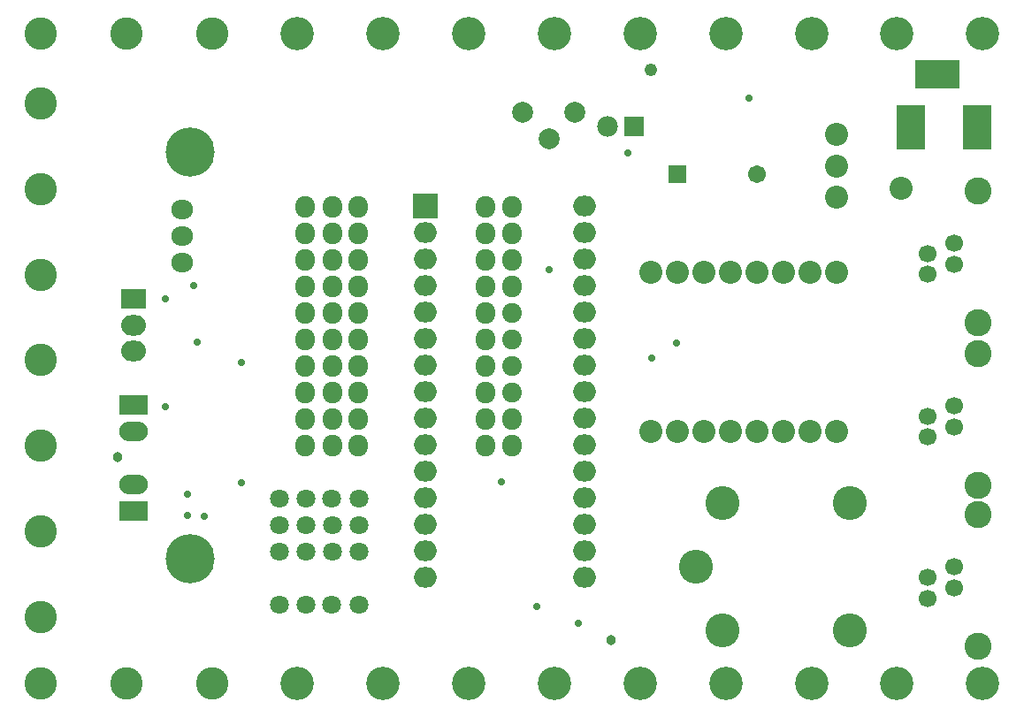
<source format=gbs>
G04 Layer_Color=16711935*
%FSTAX24Y24*%
%MOIN*%
G70*
G01*
G75*
%ADD68R,0.0780X0.0780*%
%ADD70O,0.0860X0.0780*%
%ADD71R,0.0946X0.0946*%
%ADD72O,0.0730X0.0830*%
%ADD73O,0.0830X0.0730*%
%ADD74O,0.0730X0.0760*%
%ADD75C,0.1220*%
%ADD76C,0.0867*%
%ADD77C,0.1852*%
%ADD78C,0.0710*%
%ADD79R,0.1080X0.0730*%
%ADD80O,0.1080X0.0730*%
%ADD81O,0.0930X0.0780*%
%ADD82R,0.0930X0.0780*%
%ADD83R,0.1080X0.1680*%
%ADD84R,0.1680X0.1080*%
%ADD85C,0.1261*%
%ADD86C,0.0671*%
%ADD87R,0.0671X0.0671*%
%ADD88C,0.0789*%
%ADD89C,0.0780*%
%ADD90C,0.1280*%
%ADD91C,0.0669*%
%ADD92C,0.1024*%
%ADD93C,0.0280*%
%ADD94C,0.0480*%
%ADD95C,0.0380*%
D68*
X054843Y042008D02*
D03*
D70*
X053Y039D02*
D03*
X047Y031D02*
D03*
X053Y038D02*
D03*
Y037D02*
D03*
Y036D02*
D03*
Y035D02*
D03*
Y034D02*
D03*
Y033D02*
D03*
Y032D02*
D03*
Y031D02*
D03*
Y03D02*
D03*
Y029D02*
D03*
Y028D02*
D03*
Y027D02*
D03*
Y026D02*
D03*
Y025D02*
D03*
X047D02*
D03*
Y026D02*
D03*
Y027D02*
D03*
Y028D02*
D03*
Y029D02*
D03*
Y03D02*
D03*
Y032D02*
D03*
Y033D02*
D03*
Y034D02*
D03*
Y035D02*
D03*
Y036D02*
D03*
Y037D02*
D03*
Y038D02*
D03*
D71*
Y039D02*
D03*
D72*
X044465Y035961D02*
D03*
X043485D02*
D03*
X042475D02*
D03*
X049265Y029961D02*
D03*
X050275D02*
D03*
X049265Y030961D02*
D03*
X050275D02*
D03*
X049255Y031961D02*
D03*
X049265Y032961D02*
D03*
X050265Y036961D02*
D03*
X049255D02*
D03*
X050275Y037961D02*
D03*
X049265D02*
D03*
Y038961D02*
D03*
X050275D02*
D03*
X049255Y033961D02*
D03*
Y035961D02*
D03*
X050265D02*
D03*
X049265Y034961D02*
D03*
X044465Y036961D02*
D03*
X043485D02*
D03*
X042475D02*
D03*
X044465Y037961D02*
D03*
X043485D02*
D03*
X042475D02*
D03*
X044465Y038961D02*
D03*
X043485D02*
D03*
X042475D02*
D03*
X044465Y034961D02*
D03*
X043485D02*
D03*
X042475D02*
D03*
X044465Y033961D02*
D03*
X043485D02*
D03*
X042475D02*
D03*
X044465Y032961D02*
D03*
X043485D02*
D03*
X042475D02*
D03*
X044465Y031961D02*
D03*
X043485D02*
D03*
X042475D02*
D03*
X044465Y030961D02*
D03*
X043485D02*
D03*
X042475D02*
D03*
X044465Y029961D02*
D03*
X043485D02*
D03*
X042475D02*
D03*
D73*
X037835Y038854D02*
D03*
Y037874D02*
D03*
Y036864D02*
D03*
D74*
X050265Y031961D02*
D03*
X050275Y032961D02*
D03*
X050265Y033961D02*
D03*
X050275Y034961D02*
D03*
D75*
X032488Y021D02*
D03*
X035717Y0455D02*
D03*
X038945D02*
D03*
X035717Y021D02*
D03*
X038945D02*
D03*
X032488Y0455D02*
D03*
Y039634D02*
D03*
Y042862D02*
D03*
Y036406D02*
D03*
Y033177D02*
D03*
Y029949D02*
D03*
Y02672D02*
D03*
Y023492D02*
D03*
D76*
X0625Y041681D02*
D03*
Y0405D02*
D03*
Y039319D02*
D03*
X0555Y0305D02*
D03*
X0565D02*
D03*
X0575D02*
D03*
X0585D02*
D03*
X0595D02*
D03*
X0605D02*
D03*
X0615D02*
D03*
X0625D02*
D03*
Y0365D02*
D03*
X0615D02*
D03*
X0605D02*
D03*
X0595D02*
D03*
X0585D02*
D03*
X0575D02*
D03*
X0565D02*
D03*
X0555D02*
D03*
X064921Y039646D02*
D03*
D77*
X03812Y04103D02*
D03*
Y025676D02*
D03*
D78*
X041485Y023961D02*
D03*
X042495D02*
D03*
X043475D02*
D03*
X044485D02*
D03*
X044495Y025961D02*
D03*
X043485D02*
D03*
X042505D02*
D03*
X041495D02*
D03*
X044495Y026961D02*
D03*
X043485D02*
D03*
X042505D02*
D03*
X041495D02*
D03*
X044485Y027961D02*
D03*
X043475D02*
D03*
X042495D02*
D03*
X041485D02*
D03*
D79*
X036Y0315D02*
D03*
Y0275D02*
D03*
D80*
Y0305D02*
D03*
Y0285D02*
D03*
D81*
Y03351D02*
D03*
Y03449D02*
D03*
D82*
Y0355D02*
D03*
D83*
X065295Y041968D02*
D03*
X067795D02*
D03*
D84*
X066295Y043969D02*
D03*
D85*
X051858Y0455D02*
D03*
X055087D02*
D03*
X058315D02*
D03*
X04863D02*
D03*
X045402D02*
D03*
X042173D02*
D03*
X061543D02*
D03*
X064772D02*
D03*
X068D02*
D03*
X042173Y021D02*
D03*
X045402D02*
D03*
X04863D02*
D03*
X068D02*
D03*
X064772D02*
D03*
X061543D02*
D03*
X058315D02*
D03*
X055087D02*
D03*
X051858D02*
D03*
D86*
X059488Y040197D02*
D03*
D87*
X056488Y040192D02*
D03*
D88*
X051654Y041535D02*
D03*
X050669Y04252D02*
D03*
X052638D02*
D03*
D89*
X053843Y042008D02*
D03*
D90*
X0582Y023D02*
D03*
X063Y0278D02*
D03*
X0572Y0254D02*
D03*
X063Y023D02*
D03*
X0582Y0278D02*
D03*
D91*
X065935Y024984D02*
D03*
Y024197D02*
D03*
X066935Y025378D02*
D03*
Y024591D02*
D03*
X065935Y031064D02*
D03*
Y030277D02*
D03*
X066935Y031458D02*
D03*
Y030671D02*
D03*
X065935Y037199D02*
D03*
Y036412D02*
D03*
X066935Y037593D02*
D03*
Y036805D02*
D03*
D92*
X067841Y022386D02*
D03*
Y027347D02*
D03*
Y028466D02*
D03*
Y033427D02*
D03*
Y034601D02*
D03*
Y039561D02*
D03*
D93*
X049865Y028601D02*
D03*
X051655Y036601D02*
D03*
X038245Y035981D02*
D03*
X05277Y023256D02*
D03*
X0512Y023876D02*
D03*
X05647Y033816D02*
D03*
X055515Y033256D02*
D03*
X038379Y033871D02*
D03*
X04007Y033106D02*
D03*
X03866Y02729D02*
D03*
X03802Y02731D02*
D03*
X03801Y02814D02*
D03*
X04007Y02857D02*
D03*
X05918Y04306D02*
D03*
X05463Y041D02*
D03*
X03718Y0355D02*
D03*
X0372Y03143D02*
D03*
D94*
X05549Y04411D02*
D03*
D95*
X054Y02263D02*
D03*
X03539Y02951D02*
D03*
M02*

</source>
